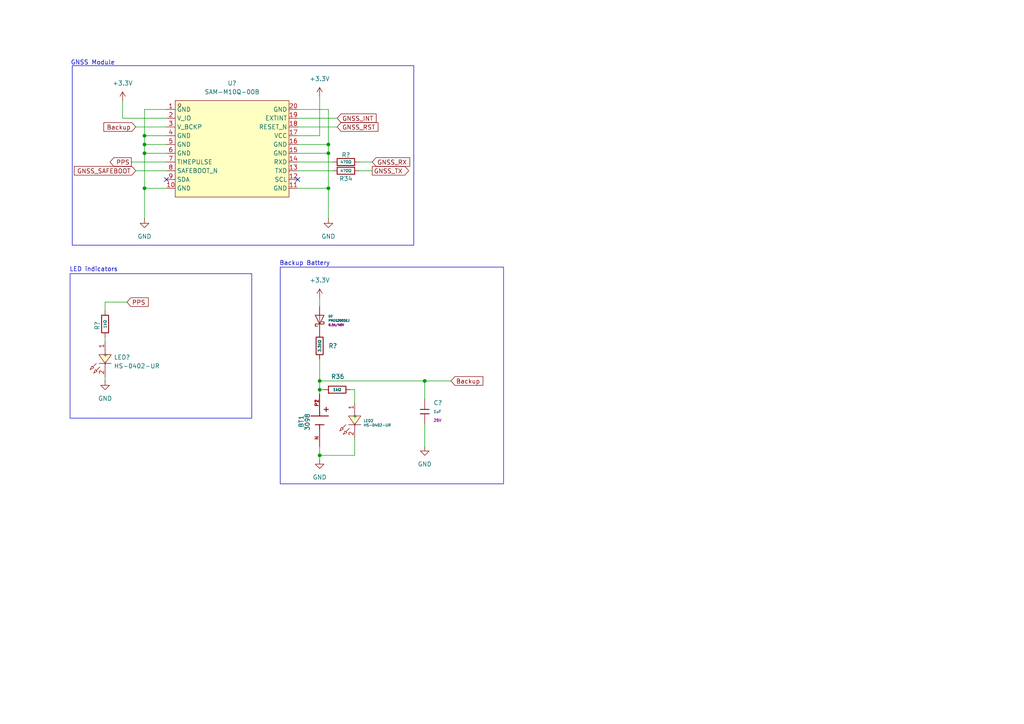
<source format=kicad_sch>
(kicad_sch (version 20250114) (generator "eeschema") (generator_version "9.0")
  (paper "A4")
  (lib_symbols
    (symbol "Battery3V_holder:3098" (pin_names (offset 1.016))
      (property "Reference" "BT" (at -3.81 3.81 0))
      (property "Value" "3098" (at -3.81 -5.08 0))
      (symbol "3098_0_0"
        (polyline (pts (xy -3.81 1.905) (xy -2.54 1.905)) (stroke (width 0.254)))
        (polyline (pts (xy -3.175 2.54) (xy -3.175 1.27)) (stroke (width 0.254)))
        (polyline (pts (xy -1.27 2.54) (xy -1.27 0)) (stroke (width 0.254)))
        (polyline (pts (xy -1.27 0) (xy -2.54 0)) (stroke (width 0.254)))
        (polyline (pts (xy -1.27 0) (xy -1.27 -2.54)) (stroke (width 0.254)))
        (polyline (pts (xy 1.27 1.27) (xy 1.27 0)) (stroke (width 0.254)))
        (polyline (pts (xy 1.27 0) (xy 1.27 -1.27)) (stroke (width 0.254)))
        (polyline (pts (xy 1.27 0) (xy 2.54 0)) (stroke (width 0.254)))
        (pin passive line (at -7.62 0 0) (length 5.08) (name "~") (number "P1"))
        (pin passive line (at -7.62 0 0) (length 5.08) (name "~") (number "P2"))
        (pin passive line (at 7.62 0 180) (length 5.08) (name "~") (number "N"))
      )
    )
    (symbol "Diode:PMEG2005EJ" (pin_numbers (hide yes)) (pin_names (hide yes))
      (property "Reference" "D" (at 0 2.54 0))
      (property "Value" "PMEG2005EJ" (at 0 -2.54 0))
      (symbol "PMEG2005EJ_0_1"
        (polyline (pts (xy -1.905 0.635) (xy -1.905 1.27) (xy -1.27 1.27) (xy -1.27 -1.27) (xy -0.635 -1.27) (xy -0.635 -0.635)) (stroke (width 0.2032)))
        (polyline (pts (xy 1.27 1.27) (xy 1.27 -1.27) (xy -1.27 0) (xy 1.27 1.27)) (stroke (width 0.2032)))
        (polyline (pts (xy 1.27 0) (xy -1.27 0)))
      )
      (symbol "PMEG2005EJ_1_1"
        (pin passive line (at -3.81 0 0) (length 2.54) (name "K") (number "1"))
        (pin passive line (at 3.81 0 180) (length 2.54) (name "A") (number "2"))
      )
    )
    (symbol "EasyEDA:HS-0402-UR"
      (property "Reference" "LED" (at 0 5.08 0))
      (property "Value" "HS-0402-UR" (at 0 -5.08 0))
      (symbol "HS-0402-UR_0_1"
        (polyline (pts (xy -4.06 3.3) (xy -3.05 2.79) (xy -3.56 2.29) (xy -4.06 3.3)) (fill (type background)))
        (polyline (pts (xy -3.05 4.32) (xy -2.03 3.81) (xy -2.54 3.3) (xy -3.05 4.32)) (fill (type background)))
        (polyline (pts (xy -2.29 1.52) (xy -3.3 2.54) (xy -2.29 1.52)) (fill (type background)))
        (polyline (pts (xy -1.27 2.54) (xy -2.29 3.56) (xy -1.27 2.54)) (fill (type background)))
        (polyline (pts (xy -1.27 1.78) (xy -1.27 -1.78)))
        (polyline (pts (xy -1.27 0) (xy -2.54 0)))
        (polyline (pts (xy 1.27 1.78) (xy -1.27 0) (xy 1.27 -1.78) (xy 1.27 1.78)) (fill (type background)))
        (polyline (pts (xy 2.54 0) (xy 1.27 0)))
        (pin unspecified line (at -5.08 0 0) (length 2.54) (name "-") (number "2"))
        (pin unspecified line (at 5.08 0 180) (length 2.54) (name "+") (number "1"))
      )
    )
    (symbol "EasyEDA:SAM-M10Q-00B"
      (property "Reference" "U" (at 0 16.51 0))
      (property "Value" "SAM-M10Q-00B" (at 0 -16.51 0))
      (symbol "SAM-M10Q-00B_0_1"
        (rectangle (start -16.51 13.97) (end 16.51 -13.97) (fill (type background)))
        (circle (center -15.24 12.7) (radius 0.38))
        (pin unspecified line (at -19.05 11.43 0) (length 2.54) (name "GND") (number "1"))
        (pin unspecified line (at -19.05 8.89 0) (length 2.54) (name "V_IO") (number "2"))
        (pin unspecified line (at -19.05 6.35 0) (length 2.54) (name "V_BCKP") (number "3"))
        (pin unspecified line (at -19.05 3.81 0) (length 2.54) (name "GND") (number "4"))
        (pin unspecified line (at -19.05 1.27 0) (length 2.54) (name "GND") (number "5"))
        (pin unspecified line (at -19.05 -1.27 0) (length 2.54) (name "GND") (number "6"))
        (pin unspecified line (at -19.05 -3.81 0) (length 2.54) (name "TIMEPULSE") (number "7"))
        (pin unspecified line (at -19.05 -6.35 0) (length 2.54) (name "SAFEBOOT_N") (number "8"))
        (pin unspecified line (at -19.05 -8.89 0) (length 2.54) (name "SDA") (number "9"))
        (pin unspecified line (at -19.05 -11.43 0) (length 2.54) (name "GND") (number "10"))
        (pin unspecified line (at 19.05 11.43 180) (length 2.54) (name "GND") (number "20"))
        (pin unspecified line (at 19.05 8.89 180) (length 2.54) (name "EXTINT") (number "19"))
        (pin unspecified line (at 19.05 6.35 180) (length 2.54) (name "RESET_N") (number "18"))
        (pin unspecified line (at 19.05 3.81 180) (length 2.54) (name "VCC") (number "17"))
        (pin unspecified line (at 19.05 1.27 180) (length 2.54) (name "GND") (number "16"))
        (pin unspecified line (at 19.05 -1.27 180) (length 2.54) (name "GND") (number "15"))
        (pin unspecified line (at 19.05 -3.81 180) (length 2.54) (name "RXD") (number "14"))
        (pin unspecified line (at 19.05 -6.35 180) (length 2.54) (name "TXD") (number "13"))
        (pin unspecified line (at 19.05 -8.89 180) (length 2.54) (name "SCL") (number "12"))
        (pin unspecified line (at 19.05 -11.43 180) (length 2.54) (name "GND") (number "11"))
      )
    )
    (symbol "PCM_JLCPCB-Capacitors:0402,1uF" (pin_numbers (hide yes)) (pin_names (offset 0))
      (property "Reference" "C" (at 2.032 1.668 0))
      (property "Value" "1uF" (at 2.032 -0.3782 0))
      (property "Voltage Rated" "25V" (at 2.032 -2.0462 0))
      (symbol "0402,1uF_0_1"
        (polyline (pts (xy -1.27 0.635) (xy 1.27 0.635)) (stroke (width 0.254)))
        (polyline (pts (xy -1.27 -0.635) (xy 1.27 -0.635)) (stroke (width 0.254)))
      )
      (symbol "0402,1uF_1_1"
        (pin passive line (at 0 3.81 270) (length 3.175) (name "~") (number "1"))
        (pin passive line (at 0 -3.81 90) (length 3.175) (name "~") (number "2"))
      )
    )
    (symbol "PCM_JLCPCB-Resistors:0402,1kΩ" (pin_numbers (hide yes)) (pin_names (offset 0))
      (property "Reference" "R" (at 1.778 0 0))
      (property "Value" "1kΩ" (at 0 0 90))
      (symbol "0402,1kΩ_0_1"
        (rectangle (start -1.016 2.54) (end 1.016 -2.54) (stroke (width 0.254)))
      )
      (symbol "0402,1kΩ_1_1"
        (pin passive line (at 0 3.81 270) (length 1.27) (name "~") (number "1"))
        (pin passive line (at 0 -3.81 90) (length 1.27) (name "~") (number "2"))
      )
    )
    (symbol "PCM_JLCPCB-Resistors:0402,3.3kΩ" (pin_numbers (hide yes)) (pin_names (offset 0))
      (property "Reference" "R" (at 1.778 0 0))
      (property "Value" "3.3kΩ" (at 0 0 90))
      (symbol "0402,3.3kΩ_0_1"
        (rectangle (start -1.016 2.54) (end 1.016 -2.54) (stroke (width 0.254)))
      )
      (symbol "0402,3.3kΩ_1_1"
        (pin passive line (at 0 3.81 270) (length 1.27) (name "~") (number "1"))
        (pin passive line (at 0 -3.81 90) (length 1.27) (name "~") (number "2"))
      )
    )
    (symbol "PCM_JLCPCB-Resistors:0402,470Ω" (pin_numbers (hide yes)) (pin_names (offset 0))
      (property "Reference" "R" (at 1.778 0 0))
      (property "Value" "470Ω" (at 0 0 90))
      (symbol "0402,470Ω_0_1"
        (rectangle (start -1.016 2.54) (end 1.016 -2.54) (stroke (width 0.254)))
      )
      (symbol "0402,470Ω_1_1"
        (pin passive line (at 0 3.81 270) (length 1.27) (name "~") (number "1"))
        (pin passive line (at 0 -3.81 90) (length 1.27) (name "~") (number "2"))
      )
    )
    (symbol "power:+3.3V" (power) (pin_numbers (hide yes)) (pin_names (offset 0) (hide yes))
      (property "Value" "+3.3V" (at 0 3.556 0))
      (symbol "+3.3V_0_1"
        (polyline (pts (xy -0.762 1.27) (xy 0 2.54)))
        (polyline (pts (xy 0 2.54) (xy 0.762 1.27)))
        (polyline (pts (xy 0 0) (xy 0 2.54)))
      )
      (symbol "+3.3V_1_1"
        (pin power_in line (at 0 0 90) (length 0) (name "~") (number "1"))
      )
    )
    (symbol "power:GND" (power) (pin_numbers (hide yes)) (pin_names (offset 0) (hide yes))
      (property "Value" "GND" (at 0 -3.81 0))
      (symbol "GND_0_1"
        (polyline (pts (xy 0 0) (xy 0 -1.27) (xy 1.27 -1.27) (xy 0 -2.54) (xy -1.27 -1.27) (xy 0 -1.27)))
      )
      (symbol "GND_1_1"
        (pin power_in line (at 0 0 270) (length 0) (name "~") (number "1"))
      )
    )
  )
  (rectangle (start 20.955 19.05) (end 120.015 71.12))
  (rectangle (start 20.32 79.375) (end 73.025 121.285))
  (rectangle (start 81.28 77.47) (end 146.05 140.335))
  (text "GNSS Module\n" (at 26.924 18.288 0) (effects (font (size 1.27 1.27))))
  (text "LED indicators" (at 27.178 78.232 0) (effects (font (size 1.27 1.27))))
  (text "Backup Battery" (at 88.392 76.454 0) (effects (font (size 1.27 1.27))))
  (junction (at 41.91 44.45))
  (junction (at 95.25 41.91))
  (junction (at 92.71 132.08))
  (junction (at 92.71 113.03))
  (junction (at 41.91 41.91))
  (junction (at 41.91 39.37))
  (junction (at 41.91 54.61))
  (junction (at 123.19 110.49))
  (junction (at 95.25 44.45))
  (junction (at 95.25 54.61))
  (junction (at 92.71 110.49))
  (no_connect (at 86.36 52.07))
  (no_connect (at 48.26 52.07))
  (wire (pts (xy 123.19 110.49) (xy 92.71 110.49)))
  (wire (pts (xy 41.91 39.37) (xy 41.91 41.91)))
  (wire (pts (xy 101.6 113.03) (xy 102.87 113.03)))
  (wire (pts (xy 41.91 44.45) (xy 41.91 54.61)))
  (wire (pts (xy 92.71 27.94) (xy 92.71 39.37)))
  (wire (pts (xy 86.36 49.53) (xy 96.52 49.53)))
  (wire (pts (xy 86.36 36.83) (xy 97.79 36.83)))
  (wire (pts (xy 41.91 39.37) (xy 48.26 39.37)))
  (wire (pts (xy 36.83 87.63) (xy 30.48 87.63)))
  (wire (pts (xy 102.87 132.08) (xy 92.71 132.08)))
  (wire (pts (xy 30.48 109.22) (xy 30.48 110.49)))
  (wire (pts (xy 38.1 46.99) (xy 48.26 46.99)))
  (wire (pts (xy 41.91 41.91) (xy 41.91 44.45)))
  (wire (pts (xy 41.91 54.61) (xy 41.91 63.5)))
  (wire (pts (xy 86.36 54.61) (xy 95.25 54.61)))
  (wire (pts (xy 35.56 29.21) (xy 35.56 34.29)))
  (wire (pts (xy 41.91 31.75) (xy 41.91 39.37)))
  (wire (pts (xy 92.71 132.08) (xy 92.71 133.35)))
  (wire (pts (xy 39.37 36.83) (xy 48.26 36.83)))
  (wire (pts (xy 86.36 44.45) (xy 95.25 44.45)))
  (wire (pts (xy 95.25 44.45) (xy 95.25 54.61)))
  (wire (pts (xy 92.71 39.37) (xy 86.36 39.37)))
  (wire (pts (xy 92.71 113.03) (xy 93.98 113.03)))
  (wire (pts (xy 41.91 44.45) (xy 48.26 44.45)))
  (wire (pts (xy 86.36 34.29) (xy 97.79 34.29)))
  (wire (pts (xy 41.91 54.61) (xy 48.26 54.61)))
  (wire (pts (xy 86.36 46.99) (xy 96.52 46.99)))
  (wire (pts (xy 86.36 41.91) (xy 95.25 41.91)))
  (wire (pts (xy 92.71 86.36) (xy 92.71 88.9)))
  (wire (pts (xy 92.71 104.14) (xy 92.71 110.49)))
  (wire (pts (xy 130.81 110.49) (xy 123.19 110.49)))
  (wire (pts (xy 39.37 49.53) (xy 48.26 49.53)))
  (wire (pts (xy 104.14 49.53) (xy 107.95 49.53)))
  (wire (pts (xy 86.36 31.75) (xy 95.25 31.75)))
  (wire (pts (xy 48.26 31.75) (xy 41.91 31.75)))
  (wire (pts (xy 95.25 31.75) (xy 95.25 41.91)))
  (wire (pts (xy 92.71 129.54) (xy 92.71 132.08)))
  (wire (pts (xy 102.87 127) (xy 102.87 132.08)))
  (wire (pts (xy 30.48 97.79) (xy 30.48 99.06)))
  (wire (pts (xy 41.91 41.91) (xy 48.26 41.91)))
  (wire (pts (xy 30.48 87.63) (xy 30.48 90.17)))
  (wire (pts (xy 95.25 54.61) (xy 95.25 63.5)))
  (wire (pts (xy 35.56 34.29) (xy 48.26 34.29)))
  (wire (pts (xy 123.19 123.19) (xy 123.19 129.54)))
  (wire (pts (xy 123.19 110.49) (xy 123.19 115.57)))
  (wire (pts (xy 95.25 41.91) (xy 95.25 44.45)))
  (wire (pts (xy 102.87 116.84) (xy 102.87 113.03)))
  (wire (pts (xy 92.71 110.49) (xy 92.71 113.03)))
  (wire (pts (xy 104.14 46.99) (xy 107.95 46.99)))
  (wire (pts (xy 92.71 113.03) (xy 92.71 114.3)))
  (global_label "Backup" (shape input) (at 130.81 110.49 0) (property "Intersheetrefs" "${INTERSHEET_REFS}" (effects (hide yes))))
  (global_label "GNSS_RST" (shape input) (at 97.79 36.83 0) (property "Intersheetrefs" "${INTERSHEET_REFS}" (effects (hide yes))))
  (global_label "PPS" (shape input) (at 36.83 87.63 0) (property "Intersheetrefs" "${INTERSHEET_REFS}" (effects (hide yes))))
  (global_label "GNSS_RX" (shape input) (at 107.95 46.99 0) (property "Intersheetrefs" "${INTERSHEET_REFS}" (effects (hide yes))))
  (global_label "GNSS_SAFEBOOT" (shape input) (at 39.37 49.53 180) (property "Intersheetrefs" "${INTERSHEET_REFS}" (effects (hide yes))))
  (global_label "GNSS_INT" (shape input) (at 97.79 34.29 0) (property "Intersheetrefs" "${INTERSHEET_REFS}" (effects (hide yes))))
  (global_label "Backup" (shape input) (at 39.37 36.83 180) (property "Intersheetrefs" "${INTERSHEET_REFS}" (effects (hide yes))))
  (global_label "GNSS_TX" (shape output) (at 107.95 49.53 0) (property "Intersheetrefs" "${INTERSHEET_REFS}" (effects (hide yes))))
  (global_label "PPS" (shape output) (at 38.1 46.99 180) (property "Intersheetrefs" "${INTERSHEET_REFS}" (effects (hide yes))))
  (symbol (lib_id "Diode:PMEG2005EJ") (at 92.71 92.71 90) (unit 1)
    (property "Reference" "D?" (at 95.25 91.7574 90) (effects (font (size 0.635 0.635)) (justify right)))
    (property "Value" "PMEG2005EJ" (at 95.25 92.964 90) (effects (font (size 0.635 0.635)) (justify right)))
    (property "Footprint" "Diode_SMD:D_SOD-323F" (effects (hide yes)))
    (property "Datasheet" "https://assets.nexperia.com/documents/data-sheet/PMEGXX05EH_EJ_SER.pdf" (effects (hide yes)))
    (property "Description" "20V, 500mA very low Vf MEGA Schottky barrier rectifier, SOD-323F" (effects (hide yes)))
    (property "Ratings" "0.5A/40V" (at 97.536 94.234 90) (effects (font (size 0.635 0.635))))
  )
  (symbol (lib_id "power:+3.3V") (at 35.56 29.21 0) (unit 1)
    (property "Reference" "#PWR093" (effects (hide yes)))
    (property "Value" "+3.3V" (at 35.56 24.13 0))
    (property "Description" "Power symbol creates a global label with name \"+3.3V\"" (effects (hide yes)))
  )
  (symbol (lib_id "power:GND") (at 30.48 110.49 0) (unit 1)
    (property "Reference" "#PWR?" (effects (hide yes)))
    (property "Value" "GND" (at 30.48 115.57 0))
    (property "Description" "Power symbol creates a global label with name \"GND\" , ground" (effects (hide yes)))
  )
  (symbol (lib_id "PCM_JLCPCB-Resistors:0402,1kΩ") (at 97.79 113.03 270) (unit 1)
    (property "Reference" "R36" (at 96.012 109.22 90) (effects (justify left)))
    (property "Value" "1kΩ" (at 97.79 113.03 90) (effects (font (size 0.8 0.8))))
    (property "Footprint" "PCM_JLCPCB:R_0402" (effects (hide yes)))
    (property "Datasheet" "https://www.lcsc.com/datasheet/lcsc_datasheet_2206010216_UNI-ROYAL-Uniroyal-Elec-0402WGF1001TCE_C11702.pdf" (effects (hide yes)))
    (property "Description" "62.5mW Thick Film Resistors 50V ±100ppm/°C ±1% 1kΩ 0402 Chip Resistor - Surface Mount ROHS" (effects (hide yes)))
    (property "LCSC" "C11702" (effects (hide yes)))
    (property "Stock" "8207005" (effects (hide yes)))
    (property "Price" "0.004USD" (effects (hide yes)))
    (property "Process" "SMT" (effects (hide yes)))
    (property "Minimum Qty" "20" (effects (hide yes)))
    (property "Attrition Qty" "10" (effects (hide yes)))
    (property "Class" "Basic Component" (effects (hide yes)))
    (property "Category" "Resistors,Chip Resistor - Surface Mount" (effects (hide yes)))
    (property "Manufacturer" "UNI-ROYAL(Uniroyal Elec)" (effects (hide yes)))
    (property "Part" "0402WGF1001TCE" (effects (hide yes)))
    (property "Resistance" "1kΩ" (effects (hide yes)))
    (property "Power(Watts)" "62.5mW" (effects (hide yes)))
    (property "Type" "Thick Film Resistors" (effects (hide yes)))
    (property "Overload Voltage (Max)" "50V" (effects (hide yes)))
    (property "Operating Temperature Range" "-55°C~+155°C" (effects (hide yes)))
    (property "Tolerance" "±1%" (effects (hide yes)))
    (property "Temperature Coefficient" "±100ppm/°C" (effects (hide yes)))
  )
  (symbol (lib_id "power:GND") (at 123.19 129.54 0) (unit 1)
    (property "Reference" "#PWR0106" (effects (hide yes)))
    (property "Value" "GND" (at 123.19 134.62 0))
    (property "Description" "Power symbol creates a global label with name \"GND\" , ground" (effects (hide yes)))
  )
  (symbol (lib_id "power:+3.3V") (at 92.71 27.94 0) (unit 1)
    (property "Reference" "#PWR094" (effects (hide yes)))
    (property "Value" "+3.3V" (at 92.71 22.86 0))
    (property "Description" "Power symbol creates a global label with name \"+3.3V\"" (effects (hide yes)))
  )
  (symbol (lib_id "power:GND") (at 95.25 63.5 0) (unit 1)
    (property "Reference" "#PWR0100" (effects (hide yes)))
    (property "Value" "GND" (at 95.25 68.58 0))
    (property "Description" "Power symbol creates a global label with name \"GND\" , ground" (effects (hide yes)))
  )
  (symbol (lib_id "PCM_JLCPCB-Resistors:0402,1kΩ") (at 30.48 93.98 0) (unit 1)
    (property "Reference" "R?" (at 28.194 95.758 90) (effects (justify left)))
    (property "Value" "1kΩ" (at 30.48 93.98 90) (effects (font (size 0.8 0.8))))
    (property "Footprint" "PCM_JLCPCB:R_0402" (effects (hide yes)))
    (property "Datasheet" "https://www.lcsc.com/datasheet/lcsc_datasheet_2206010216_UNI-ROYAL-Uniroyal-Elec-0402WGF1001TCE_C11702.pdf" (effects (hide yes)))
    (property "Description" "62.5mW Thick Film Resistors 50V ±100ppm/°C ±1% 1kΩ 0402 Chip Resistor - Surface Mount ROHS" (effects (hide yes)))
    (property "LCSC" "C11702" (effects (hide yes)))
    (property "Stock" "8207005" (effects (hide yes)))
    (property "Price" "0.004USD" (effects (hide yes)))
    (property "Process" "SMT" (effects (hide yes)))
    (property "Minimum Qty" "20" (effects (hide yes)))
    (property "Attrition Qty" "10" (effects (hide yes)))
    (property "Class" "Basic Component" (effects (hide yes)))
    (property "Category" "Resistors,Chip Resistor - Surface Mount" (effects (hide yes)))
    (property "Manufacturer" "UNI-ROYAL(Uniroyal Elec)" (effects (hide yes)))
    (property "Part" "0402WGF1001TCE" (effects (hide yes)))
    (property "Resistance" "1kΩ" (effects (hide yes)))
    (property "Power(Watts)" "62.5mW" (effects (hide yes)))
    (property "Type" "Thick Film Resistors" (effects (hide yes)))
    (property "Overload Voltage (Max)" "50V" (effects (hide yes)))
    (property "Operating Temperature Range" "-55°C~+155°C" (effects (hide yes)))
    (property "Tolerance" "±1%" (effects (hide yes)))
    (property "Temperature Coefficient" "±100ppm/°C" (effects (hide yes)))
  )
  (symbol (lib_id "PCM_JLCPCB-Resistors:0402,3.3kΩ") (at 92.71 100.33 0) (unit 1)
    (property "Reference" "R?" (at 95.25 100.3299 0) (effects (justify left)))
    (property "Value" "3.3kΩ" (at 92.71 100.33 90) (effects (font (size 0.8 0.8))))
    (property "Footprint" "PCM_JLCPCB:R_0402" (effects (hide yes)))
    (property "Datasheet" "https://www.lcsc.com/datasheet/lcsc_datasheet_2206010045_UNI-ROYAL-Uniroyal-Elec-0402WGF3301TCE_C25890.pdf" (effects (hide yes)))
    (property "Description" "62.5mW Thick Film Resistors 50V ±100ppm/°C ±1% 3.3kΩ 0402 Chip Resistor - Surface Mount ROHS" (effects (hide yes)))
    (property "LCSC" "C25890" (effects (hide yes)))
    (property "Stock" "858002" (effects (hide yes)))
    (property "Price" "0.004USD" (effects (hide yes)))
    (property "Process" "SMT" (effects (hide yes)))
    (property "Minimum Qty" "20" (effects (hide yes)))
    (property "Attrition Qty" "10" (effects (hide yes)))
    (property "Class" "Basic Component" (effects (hide yes)))
    (property "Category" "Resistors,Chip Resistor - Surface Mount" (effects (hide yes)))
    (property "Manufacturer" "UNI-ROYAL(Uniroyal Elec)" (effects (hide yes)))
    (property "Part" "0402WGF3301TCE" (effects (hide yes)))
    (property "Resistance" "3.3kΩ" (effects (hide yes)))
    (property "Power(Watts)" "62.5mW" (effects (hide yes)))
    (property "Type" "Thick Film Resistors" (effects (hide yes)))
    (property "Overload Voltage (Max)" "50V" (effects (hide yes)))
    (property "Operating Temperature Range" "-55°C~+155°C" (effects (hide yes)))
    (property "Tolerance" "±1%" (effects (hide yes)))
    (property "Temperature Coefficient" "±100ppm/°C" (effects (hide yes)))
  )
  (symbol (lib_id "power:GND") (at 92.71 133.35 0) (unit 1)
    (property "Reference" "#PWR0105" (effects (hide yes)))
    (property "Value" "GND" (at 92.71 138.43 0))
    (property "Description" "Power symbol creates a global label with name \"GND\" , ground" (effects (hide yes)))
  )
  (symbol (lib_id "PCM_JLCPCB-Resistors:0402,470Ω") (at 100.33 49.53 90) (unit 1)
    (property "Reference" "R34" (at 100.33 51.816 90))
    (property "Value" "470Ω" (at 100.33 49.53 90) (effects (font (size 0.8 0.8))))
    (property "Footprint" "PCM_JLCPCB:R_0402" (effects (hide yes)))
    (property "Datasheet" "https://www.lcsc.com/datasheet/lcsc_datasheet_2205311900_UNI-ROYAL-Uniroyal-Elec-0402WGF4700TCE_C25117.pdf" (effects (hide yes)))
    (property "Description" "62.5mW Thick Film Resistors 50V ±100ppm/°C ±1% 470Ω 0402 Chip Resistor - Surface Mount ROHS" (effects (hide yes)))
    (property "LCSC" "C25117" (effects (hide yes)))
    (property "Stock" "591787" (effects (hide yes)))
    (property "Price" "0.004USD" (effects (hide yes)))
    (property "Process" "SMT" (effects (hide yes)))
    (property "Minimum Qty" "20" (effects (hide yes)))
    (property "Attrition Qty" "10" (effects (hide yes)))
    (property "Class" "Basic Component" (effects (hide yes)))
    (property "Category" "Resistors,Chip Resistor - Surface Mount" (effects (hide yes)))
    (property "Manufacturer" "UNI-ROYAL(Uniroyal Elec)" (effects (hide yes)))
    (property "Part" "0402WGF4700TCE" (effects (hide yes)))
    (property "Resistance" "470Ω" (effects (hide yes)))
    (property "Power(Watts)" "62.5mW" (effects (hide yes)))
    (property "Type" "Thick Film Resistors" (effects (hide yes)))
    (property "Overload Voltage (Max)" "50V" (effects (hide yes)))
    (property "Operating Temperature Range" "-55°C~+155°C" (effects (hide yes)))
    (property "Tolerance" "±1%" (effects (hide yes)))
    (property "Temperature Coefficient" "±100ppm/°C" (effects (hide yes)))
  )
  (symbol (lib_id "PCM_JLCPCB-Capacitors:0402,1uF") (at 123.19 119.38 0) (unit 1)
    (property "Reference" "C?" (at 125.73 116.8399 0) (effects (justify left)))
    (property "Value" "1uF" (at 125.73 119.38 0) (effects (font (size 0.8 0.8)) (justify left)))
    (property "Footprint" "PCM_JLCPCB:C_0402" (effects (hide yes)))
    (property "Datasheet" "https://www.lcsc.com/datasheet/lcsc_datasheet_2304140030_Samsung-Electro-Mechanics-CL05A105KA5NQNC_C52923.pdf" (effects (hide yes)))
    (property "Description" "25V 1uF X5R ±10% 0402 Multilayer Ceramic Capacitors MLCC - SMD/SMT ROHS" (effects (hide yes)))
    (property "LCSC" "C52923" (effects (hide yes)))
    (property "Stock" "4952869" (effects (hide yes)))
    (property "Price" "0.006USD" (effects (hide yes)))
    (property "Process" "SMT" (effects (hide yes)))
    (property "Minimum Qty" "20" (effects (hide yes)))
    (property "Attrition Qty" "10" (effects (hide yes)))
    (property "Class" "Basic Component" (effects (hide yes)))
    (property "Category" "Capacitors,Multilayer Ceramic Capacitors MLCC - SMD/SMT" (effects (hide yes)))
    (property "Manufacturer" "Samsung Electro-Mechanics" (effects (hide yes)))
    (property "Part" "CL05A105KA5NQNC" (effects (hide yes)))
    (property "Voltage Rated" "25V" (at 125.73 121.92 0) (effects (font (size 0.8 0.8)) (justify left)))
    (property "Tolerance" "±10%" (effects (hide yes)))
    (property "Capacitance" "1uF" (effects (hide yes)))
    (property "Temperature Coefficient" "X5R" (effects (hide yes)))
  )
  (symbol (lib_id "power:GND") (at 41.91 63.5 0) (unit 1)
    (property "Reference" "#PWR?" (effects (hide yes)))
    (property "Value" "GND" (at 41.91 68.58 0))
    (property "Description" "Power symbol creates a global label with name \"GND\" , ground" (effects (hide yes)))
  )
  (symbol (lib_id "PCM_JLCPCB-Resistors:0402,470Ω") (at 100.33 46.99 90) (unit 1)
    (property "Reference" "R?" (at 100.33 44.958 90))
    (property "Value" "470Ω" (at 100.33 46.99 90) (effects (font (size 0.8 0.8))))
    (property "Footprint" "PCM_JLCPCB:R_0402" (effects (hide yes)))
    (property "Datasheet" "https://www.lcsc.com/datasheet/lcsc_datasheet_2205311900_UNI-ROYAL-Uniroyal-Elec-0402WGF4700TCE_C25117.pdf" (effects (hide yes)))
    (property "Description" "62.5mW Thick Film Resistors 50V ±100ppm/°C ±1% 470Ω 0402 Chip Resistor - Surface Mount ROHS" (effects (hide yes)))
    (property "LCSC" "C25117" (effects (hide yes)))
    (property "Stock" "591787" (effects (hide yes)))
    (property "Price" "0.004USD" (effects (hide yes)))
    (property "Process" "SMT" (effects (hide yes)))
    (property "Minimum Qty" "20" (effects (hide yes)))
    (property "Attrition Qty" "10" (effects (hide yes)))
    (property "Class" "Basic Component" (effects (hide yes)))
    (property "Category" "Resistors,Chip Resistor - Surface Mount" (effects (hide yes)))
    (property "Manufacturer" "UNI-ROYAL(Uniroyal Elec)" (effects (hide yes)))
    (property "Part" "0402WGF4700TCE" (effects (hide yes)))
    (property "Resistance" "470Ω" (effects (hide yes)))
    (property "Power(Watts)" "62.5mW" (effects (hide yes)))
    (property "Type" "Thick Film Resistors" (effects (hide yes)))
    (property "Overload Voltage (Max)" "50V" (effects (hide yes)))
    (property "Operating Temperature Range" "-55°C~+155°C" (effects (hide yes)))
    (property "Tolerance" "±1%" (effects (hide yes)))
    (property "Temperature Coefficient" "±100ppm/°C" (effects (hide yes)))
  )
  (symbol (lib_id "EasyEDA:HS-0402-UR") (at 30.48 104.14 90) (unit 1)
    (property "Reference" "LED?" (at 33.02 103.6299 90) (effects (justify right)))
    (property "Value" "HS-0402-UR" (at 33.02 106.1699 90) (effects (justify right)))
    (property "Footprint" "EasyEDA:LED0402-R-RD" (effects (hide yes)))
    (property "LCSC Part" "C1322304" (effects (hide yes)))
  )
  (symbol (lib_id "EasyEDA:SAM-M10Q-00B") (at 67.31 43.18 0) (unit 1)
    (property "Reference" "U?" (at 67.31 24.13 0))
    (property "Value" "SAM-M10Q-00B" (at 67.31 26.67 0))
    (property "Footprint" "EasyEDA:LCC-20_L15.5-W15.5-P1.90_SAM-M10Q-00B" (effects (hide yes)))
    (property "LCSC Part" "C5443880" (effects (hide yes)))
  )
  (symbol (lib_id "EasyEDA:HS-0402-UR") (at 102.87 121.92 90) (unit 1)
    (property "Reference" "LED2" (at 105.41 122.045 90) (effects (font (size 0.762 0.762)) (justify right)))
    (property "Value" "HS-0402-UR" (at 105.41 123.315 90) (effects (font (size 0.762 0.762)) (justify right)))
    (property "Footprint" "EasyEDA:LED0402-R-RD" (effects (hide yes)))
    (property "LCSC Part" "C1322304" (effects (hide yes)))
  )
  (symbol (lib_id "Battery3V_holder:3098") (at 92.71 121.92 270) (unit 1)
    (property "Reference" "BT1" (at 87.376 120.396 0) (effects (justify left)))
    (property "Value" "3098" (at 89.154 119.888 0) (effects (justify left)))
    (property "Footprint" "GNSS:BAT_3098" (effects (hide yes)))
    (property "MF" "Keystone Electronics" (effects (hide yes)))
    (property "MAXIMUM_PACKAGE_HEIGHT" "3.18mm" (effects (hide yes)))
    (property "Package" "None" (effects (hide yes)))
    (property "Price" "None" (effects (hide yes)))
    (property "Check_prices" "https://www.snapeda.com/parts/3098/Keystone/view-part/?ref=eda" (effects (hide yes)))
    (property "STANDARD" "Manufacturer Recommendations" (effects (hide yes)))
    (property "PARTREV" "K" (effects (hide yes)))
    (property "SnapEDA_Link" "https://www.snapeda.com/parts/3098/Keystone/view-part/?ref=snap" (effects (hide yes)))
    (property "MP" "3098" (effects (hide yes)))
    (property "Purchase-URL" "https://www.snapeda.com/api/url_track_click_mouser/?unipart_id=371074&manufacturer=Keystone Electronics&part_name=3098&search_term=None" (effects (hide yes)))
    (property "Description_1" "\n                        \n                            SMT Holder for 6.8mm Cell-Matte Tin Plate | Keystone Electronics 3098\n                        \n" (effects (hide yes)))
    (property "SNAPEDA_PN" "2998" (effects (hide yes)))
    (property "Availability" "In Stock" (effects (hide yes)))
    (property "MANUFACTURER" "Keystone Electronics" (effects (hide yes)))
  )
  (symbol (lib_id "power:+3.3V") (at 92.71 86.36 0) (unit 1)
    (property "Reference" "#PWR092" (effects (hide yes)))
    (property "Value" "+3.3V" (at 92.71 81.28 0))
    (property "Description" "Power symbol creates a global label with name \"+3.3V\"" (effects (hide yes)))
  )
)
</source>
